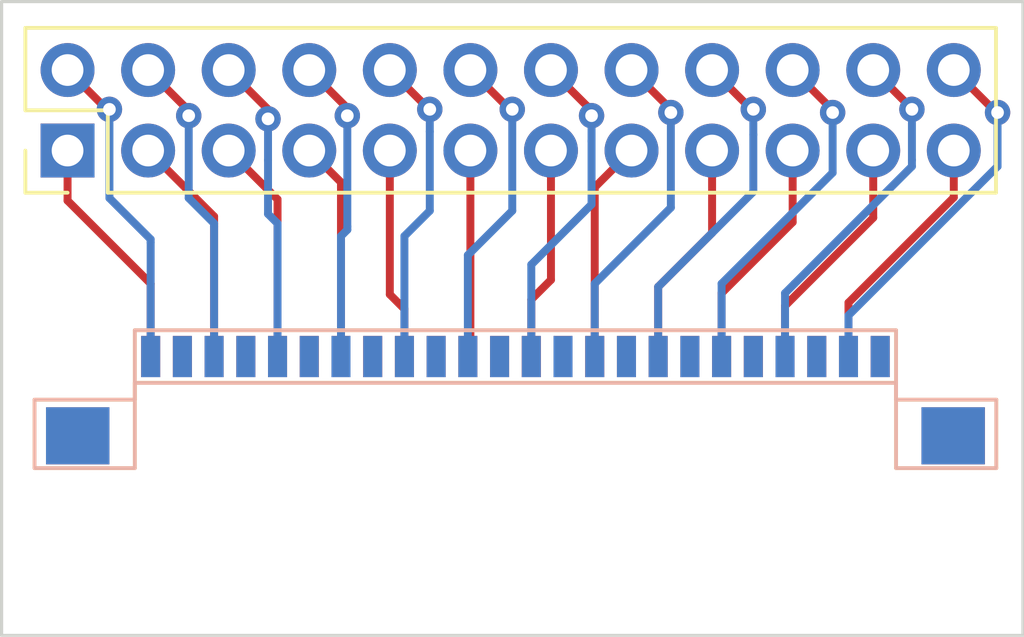
<source format=kicad_pcb>
(kicad_pcb (version 20221018) (generator pcbnew)
  (layers (0 "F.Cu" signal) (31 "B.Cu" signal) (34 "B.Paste" user) (35 "F.Paste" user) (36 "B.SilkS" user "B.Silkscreen") (37 "F.SilkS" user "F.Silkscreen") (38 "B.Mask" user) (39 "F.Mask" user) (44 "Edge.Cuts" user))
  (net 0 "")
  (footprint "Connector_PinHeader_2.54mm:PinHeader_2x12_P2.54mm_Vertical" (layer "F.Cu") (at 61.28 24.6 90)
    (fp_text reference "REF**" hide)
    (fp_text value "PinHeader_2x12_P2.54mm_Vertical" hide)
    (fp_line (start -1.33 -1.33) (end 0 -1.33) (stroke (width 0.12)) (layer "F.SilkS"))
    (fp_line (start -1.33 0) (end -1.33 -1.33) (stroke (width 0.12)) (layer "F.SilkS"))
    (fp_line (start -1.33 1.27) (end -1.33 29.27) (stroke (width 0.12)) (layer "F.SilkS"))
    (fp_line (start -1.33 1.27) (end 1.27 1.27) (stroke (width 0.12)) (layer "F.SilkS"))
    (fp_line (start -1.33 29.27) (end 3.87 29.27) (stroke (width 0.12)) (layer "F.SilkS"))
    (fp_line (start 1.27 -1.33) (end 3.87 -1.33) (stroke (width 0.12)) (layer "F.SilkS"))
    (fp_line (start 1.27 1.27) (end 1.27 -1.33) (stroke (width 0.12)) (layer "F.SilkS"))
    (fp_line (start 3.87 -1.33) (end 3.87 29.27) (stroke (width 0.12)) (layer "F.SilkS"))
    (pad "1" thru_hole rect (at 0 0 90) (size 1.7 1.7) (drill 1) (layers "*.Cu" "*.Mask"))
    (pad "2" thru_hole oval (at 2.54 0 90) (size 1.7 1.7) (drill 1) (layers "*.Cu" "*.Mask"))
    (pad "3" thru_hole oval (at 0 2.54 90) (size 1.7 1.7) (drill 1) (layers "*.Cu" "*.Mask"))
    (pad "4" thru_hole oval (at 2.54 2.54 90) (size 1.7 1.7) (drill 1) (layers "*.Cu" "*.Mask"))
    (pad "5" thru_hole oval (at 0 5.08 90) (size 1.7 1.7) (drill 1) (layers "*.Cu" "*.Mask"))
    (pad "6" thru_hole oval (at 2.54 5.08 90) (size 1.7 1.7) (drill 1) (layers "*.Cu" "*.Mask"))
    (pad "7" thru_hole oval (at 0 7.62 90) (size 1.7 1.7) (drill 1) (layers "*.Cu" "*.Mask"))
    (pad "8" thru_hole oval (at 2.54 7.62 90) (size 1.7 1.7) (drill 1) (layers "*.Cu" "*.Mask"))
    (pad "9" thru_hole oval (at 0 10.16 90) (size 1.7 1.7) (drill 1) (layers "*.Cu" "*.Mask"))
    (pad "10" thru_hole oval (at 2.54 10.16 90) (size 1.7 1.7) (drill 1) (layers "*.Cu" "*.Mask"))
    (pad "11" thru_hole oval (at 0 12.7 90) (size 1.7 1.7) (drill 1) (layers "*.Cu" "*.Mask"))
    (pad "12" thru_hole oval (at 2.54 12.7 90) (size 1.7 1.7) (drill 1) (layers "*.Cu" "*.Mask"))
    (pad "13" thru_hole oval (at 0 15.24 90) (size 1.7 1.7) (drill 1) (layers "*.Cu" "*.Mask"))
    (pad "14" thru_hole oval (at 2.54 15.24 90) (size 1.7 1.7) (drill 1) (layers "*.Cu" "*.Mask"))
    (pad "15" thru_hole oval (at 0 17.78 90) (size 1.7 1.7) (drill 1) (layers "*.Cu" "*.Mask"))
    (pad "16" thru_hole oval (at 2.54 17.78 90) (size 1.7 1.7) (drill 1) (layers "*.Cu" "*.Mask"))
    (pad "17" thru_hole oval (at 0 20.32 90) (size 1.7 1.7) (drill 1) (layers "*.Cu" "*.Mask"))
    (pad "18" thru_hole oval (at 2.54 20.32 90) (size 1.7 1.7) (drill 1) (layers "*.Cu" "*.Mask"))
    (pad "19" thru_hole oval (at 0 22.86 90) (size 1.7 1.7) (drill 1) (layers "*.Cu" "*.Mask"))
    (pad "20" thru_hole oval (at 2.54 22.86 90) (size 1.7 1.7) (drill 1) (layers "*.Cu" "*.Mask"))
    (pad "21" thru_hole oval (at 0 25.4 90) (size 1.7 1.7) (drill 1) (layers "*.Cu" "*.Mask"))
    (pad "22" thru_hole oval (at 2.54 25.4 90) (size 1.7 1.7) (drill 1) (layers "*.Cu" "*.Mask"))
    (pad "23" thru_hole oval (at 0 27.94 90) (size 1.7 1.7) (drill 1) (layers "*.Cu" "*.Mask"))
    (pad "24" thru_hole oval (at 2.54 27.94 90) (size 1.7 1.7) (drill 1) (layers "*.Cu" "*.Mask"))
  )
  (footprint "Library:FPC_24_cube" (layer "F.Cu") (at 75.4 31.1)
    (fp_text reference "REF**" hide)
    (fp_text value "FPC_24_cube" hide)
    (fp_line (start -15.16 1.36) (end -12 1.36) (stroke (width 0.12)) (layer "F.SilkS"))
    (fp_line (start -15.16 3.52) (end -15.16 1.36) (stroke (width 0.12)) (layer "F.SilkS"))
    (fp_line (start -12 -0.83) (end 12 -0.83) (stroke (width 0.12)) (layer "F.SilkS"))
    (fp_line (start -12 0.83) (end -12 3.52) (stroke (width 0.12)) (layer "F.SilkS"))
    (fp_line (start -12 0.83) (end 12 0.83) (stroke (width 0.12)) (layer "F.SilkS"))
    (fp_line (start -12 1.36) (end -12 -0.83) (stroke (width 0.12)) (layer "F.SilkS"))
    (fp_line (start -12 3.52) (end -15.16 3.52) (stroke (width 0.12)) (layer "F.SilkS"))
    (fp_line (start 12 0.83) (end 12 3.52) (stroke (width 0.12)) (layer "F.SilkS"))
    (fp_line (start 12 1.36) (end 12 -0.83) (stroke (width 0.12)) (layer "F.SilkS"))
    (fp_line (start 12 3.52) (end 15.16 3.52) (stroke (width 0.12)) (layer "F.SilkS"))
    (fp_line (start 15.16 1.36) (end 12 1.36) (stroke (width 0.12)) (layer "F.SilkS"))
    (fp_line (start 15.16 3.52) (end 15.16 1.36) (stroke (width 0.12)) (layer "F.SilkS"))
    (pad "0" smd rect (at -13.8 2.5) (size 2 1.8) (layers "F.Cu" "F.Paste" "F.Mask"))
    (pad "0" smd rect (at 13.8 2.5) (size 2 1.8) (layers "F.Cu" "F.Paste" "F.Mask"))
    (pad "1" smd rect (at -11.5 0) (size 0.6 1.3) (layers "F.Cu" "F.Paste" "F.Mask"))
    (pad "2" smd rect (at -10.5 0) (size 0.6 1.3) (layers "F.Cu" "F.Paste" "F.Mask"))
    (pad "3" smd rect (at -9.5 0) (size 0.6 1.3) (layers "F.Cu" "F.Paste" "F.Mask"))
    (pad "4" smd rect (at -8.5 0) (size 0.6 1.3) (layers "F.Cu" "F.Paste" "F.Mask"))
    (pad "5" smd rect (at -7.5 0) (size 0.6 1.3) (layers "F.Cu" "F.Paste" "F.Mask"))
    (pad "6" smd rect (at -6.5 0) (size 0.6 1.3) (layers "F.Cu" "F.Paste" "F.Mask"))
    (pad "7" smd rect (at -5.5 0) (size 0.6 1.3) (layers "F.Cu" "F.Paste" "F.Mask"))
    (pad "8" smd rect (at -4.5 0) (size 0.6 1.3) (layers "F.Cu" "F.Paste" "F.Mask"))
    (pad "9" smd rect (at -3.5 0) (size 0.6 1.3) (layers "F.Cu" "F.Paste" "F.Mask"))
    (pad "10" smd rect (at -2.5 0) (size 0.6 1.3) (layers "F.Cu" "F.Paste" "F.Mask"))
    (pad "11" smd rect (at -1.5 0) (size 0.6 1.3) (layers "F.Cu" "F.Paste" "F.Mask"))
    (pad "12" smd rect (at -0.5 0) (size 0.6 1.3) (layers "F.Cu" "F.Paste" "F.Mask"))
    (pad "13" smd rect (at 0.5 0) (size 0.6 1.3) (layers "F.Cu" "F.Paste" "F.Mask"))
    (pad "14" smd rect (at 1.5 0) (size 0.6 1.3) (layers "F.Cu" "F.Paste" "F.Mask"))
    (pad "15" smd rect (at 2.5 0) (size 0.6 1.3) (layers "F.Cu" "F.Paste" "F.Mask"))
    (pad "16" smd rect (at 3.5 0) (size 0.6 1.3) (layers "F.Cu" "F.Paste" "F.Mask"))
    (pad "17" smd rect (at 4.5 0) (size 0.6 1.3) (layers "F.Cu" "F.Paste" "F.Mask"))
    (pad "18" smd rect (at 5.5 0) (size 0.6 1.3) (layers "F.Cu" "F.Paste" "F.Mask"))
    (pad "19" smd rect (at 6.5 0) (size 0.6 1.3) (layers "F.Cu" "F.Paste" "F.Mask"))
    (pad "20" smd rect (at 7.5 0) (size 0.6 1.3) (layers "F.Cu" "F.Paste" "F.Mask"))
    (pad "21" smd rect (at 8.5 0) (size 0.6 1.3) (layers "F.Cu" "F.Paste" "F.Mask"))
    (pad "22" smd rect (at 9.5 0) (size 0.6 1.3) (layers "F.Cu" "F.Paste" "F.Mask"))
    (pad "23" smd rect (at 10.5 0) (size 0.6 1.3) (layers "F.Cu" "F.Paste" "F.Mask"))
    (pad "24" smd rect (at 11.5 0) (size 0.6 1.3) (layers "F.Cu" "F.Paste" "F.Mask"))
  )
  (footprint "Library:FPC_24_cube" (layer "B.Cu") (at 75.4 31.1 180)
    (fp_text reference "REF**" hide)
    (fp_text value "FPC_24_cube" hide)
    (fp_line (start -15.16 -3.52) (end -15.16 -1.36) (stroke (width 0.12)) (layer "B.SilkS"))
    (fp_line (start -15.16 -1.36) (end -12 -1.36) (stroke (width 0.12)) (layer "B.SilkS"))
    (fp_line (start -12 -3.52) (end -15.16 -3.52) (stroke (width 0.12)) (layer "B.SilkS"))
    (fp_line (start -12 -1.36) (end -12 0.83) (stroke (width 0.12)) (layer "B.SilkS"))
    (fp_line (start -12 -0.83) (end -12 -3.52) (stroke (width 0.12)) (layer "B.SilkS"))
    (fp_line (start -12 -0.83) (end 12 -0.83) (stroke (width 0.12)) (layer "B.SilkS"))
    (fp_line (start -12 0.83) (end 12 0.83) (stroke (width 0.12)) (layer "B.SilkS"))
    (fp_line (start 12 -3.52) (end 15.16 -3.52) (stroke (width 0.12)) (layer "B.SilkS"))
    (fp_line (start 12 -1.36) (end 12 0.83) (stroke (width 0.12)) (layer "B.SilkS"))
    (fp_line (start 12 -0.83) (end 12 -3.52) (stroke (width 0.12)) (layer "B.SilkS"))
    (fp_line (start 15.16 -3.52) (end 15.16 -1.36) (stroke (width 0.12)) (layer "B.SilkS"))
    (fp_line (start 15.16 -1.36) (end 12 -1.36) (stroke (width 0.12)) (layer "B.SilkS"))
    (pad "0" smd rect (at -13.8 -2.5 180) (size 2 1.8) (layers "B.Cu" "B.Paste" "B.Mask"))
    (pad "0" smd rect (at 13.8 -2.5 180) (size 2 1.8) (layers "B.Cu" "B.Paste" "B.Mask"))
    (pad "1" smd rect (at -11.5 0 180) (size 0.6 1.3) (layers "B.Cu" "B.Paste" "B.Mask"))
    (pad "2" smd rect (at -10.5 0 180) (size 0.6 1.3) (layers "B.Cu" "B.Paste" "B.Mask"))
    (pad "3" smd rect (at -9.5 0 180) (size 0.6 1.3) (layers "B.Cu" "B.Paste" "B.Mask"))
    (pad "4" smd rect (at -8.5 0 180) (size 0.6 1.3) (layers "B.Cu" "B.Paste" "B.Mask"))
    (pad "5" smd rect (at -7.5 0 180) (size 0.6 1.3) (layers "B.Cu" "B.Paste" "B.Mask"))
    (pad "6" smd rect (at -6.5 0 180) (size 0.6 1.3) (layers "B.Cu" "B.Paste" "B.Mask"))
    (pad "7" smd rect (at -5.5 0 180) (size 0.6 1.3) (layers "B.Cu" "B.Paste" "B.Mask"))
    (pad "8" smd rect (at -4.5 0 180) (size 0.6 1.3) (layers "B.Cu" "B.Paste" "B.Mask"))
    (pad "9" smd rect (at -3.5 0 180) (size 0.6 1.3) (layers "B.Cu" "B.Paste" "B.Mask"))
    (pad "10" smd rect (at -2.5 0 180) (size 0.6 1.3) (layers "B.Cu" "B.Paste" "B.Mask"))
    (pad "11" smd rect (at -1.5 0 180) (size 0.6 1.3) (layers "B.Cu" "B.Paste" "B.Mask"))
    (pad "12" smd rect (at -0.5 0 180) (size 0.6 1.3) (layers "B.Cu" "B.Paste" "B.Mask"))
    (pad "13" smd rect (at 0.5 0 180) (size 0.6 1.3) (layers "B.Cu" "B.Paste" "B.Mask"))
    (pad "14" smd rect (at 1.5 0 180) (size 0.6 1.3) (layers "B.Cu" "B.Paste" "B.Mask"))
    (pad "15" smd rect (at 2.5 0 180) (size 0.6 1.3) (layers "B.Cu" "B.Paste" "B.Mask"))
    (pad "16" smd rect (at 3.5 0 180) (size 0.6 1.3) (layers "B.Cu" "B.Paste" "B.Mask"))
    (pad "17" smd rect (at 4.5 0 180) (size 0.6 1.3) (layers "B.Cu" "B.Paste" "B.Mask"))
    (pad "18" smd rect (at 5.5 0 180) (size 0.6 1.3) (layers "B.Cu" "B.Paste" "B.Mask"))
    (pad "19" smd rect (at 6.5 0 180) (size 0.6 1.3) (layers "B.Cu" "B.Paste" "B.Mask"))
    (pad "20" smd rect (at 7.5 0 180) (size 0.6 1.3) (layers "B.Cu" "B.Paste" "B.Mask"))
    (pad "21" smd rect (at 8.5 0 180) (size 0.6 1.3) (layers "B.Cu" "B.Paste" "B.Mask"))
    (pad "22" smd rect (at 9.5 0 180) (size 0.6 1.3) (layers "B.Cu" "B.Paste" "B.Mask"))
    (pad "23" smd rect (at 10.5 0 180) (size 0.6 1.3) (layers "B.Cu" "B.Paste" "B.Mask"))
    (pad "24" smd rect (at 11.5 0 180) (size 0.6 1.3) (layers "B.Cu" "B.Paste" "B.Mask"))
  )
  (gr_rect (start 59.2 19.9) (end 91.4 39.9) (stroke (width 0.1)) (fill none) (layer "Edge.Cuts"))
  (segment (start 71.9 29.6) (end 71.9 31.1) (width 0.25) (layer "F.Cu") (net 0))
  (segment (start 70.1 23.5) (end 70.1 23.26) (width 0.25) (layer "F.Cu") (net 0))
  (segment (start 87.9 23.28) (end 86.68 22.06) (width 0.25) (layer "F.Cu") (net 0))
  (segment (start 71.44 24.6) (end 71.44 29.14) (width 0.25) (layer "F.Cu") (net 0))
  (segment (start 84.14 26.86) (end 81.9 29.1) (width 0.25) (layer "F.Cu") (net 0))
  (segment (start 80.3 23.3) (end 79.06 22.06) (width 0.25) (layer "F.Cu") (net 0))
  (segment (start 75.3 23.3) (end 75.22 23.3) (width 0.25) (layer "F.Cu") (net 0))
  (segment (start 77.8 23.5) (end 77.8 23.34) (width 0.25) (layer "F.Cu") (net 0))
  (segment (start 66.36 24.6) (end 67.9 26.14) (width 0.25) (layer "F.Cu") (net 0))
  (segment (start 85.9 29.4) (end 85.9 31.1) (width 0.25) (layer "F.Cu") (net 0))
  (segment (start 67.9 26.14) (end 67.9 31.1) (width 0.25) (layer "F.Cu") (net 0))
  (segment (start 80.3 23.4) (end 80.3 23.3) (width 0.25) (layer "F.Cu") (net 0))
  (segment (start 90.6 23.4) (end 90.56 23.4) (width 0.25) (layer "F.Cu") (net 0))
  (segment (start 89.22 26.08) (end 85.9 29.4) (width 0.25) (layer "F.Cu") (net 0))
  (segment (start 86.68 24.6) (end 86.68 26.72) (width 0.25) (layer "F.Cu") (net 0))
  (segment (start 87.9 23.3) (end 87.9 23.28) (width 0.25) (layer "F.Cu") (net 0))
  (segment (start 79.06 24.6) (end 77.9 25.76) (width 0.25) (layer "F.Cu") (net 0))
  (segment (start 61.28 26.18) (end 63.9 28.8) (width 0.25) (layer "F.Cu") (net 0))
  (segment (start 65.1 23.34) (end 63.82 22.06) (width 0.25) (layer "F.Cu") (net 0))
  (segment (start 81.6 27.2) (end 79.9 28.9) (width 0.25) (layer "F.Cu") (net 0))
  (segment (start 85.4 23.4) (end 85.4 23.32) (width 0.25) (layer "F.Cu") (net 0))
  (segment (start 81.9 29.1) (end 81.9 31.1) (width 0.25) (layer "F.Cu") (net 0))
  (segment (start 86.68 26.72) (end 83.9 29.5) (width 0.25) (layer "F.Cu") (net 0))
  (segment (start 75.9 29.3) (end 75.9 31.1) (width 0.25) (layer "F.Cu") (net 0))
  (segment (start 68.9 24.6) (end 69.9 25.6) (width 0.25) (layer "F.Cu") (net 0))
  (segment (start 67.6 23.3) (end 66.36 22.06) (width 0.25) (layer "F.Cu") (net 0))
  (segment (start 76.52 24.6) (end 76.52 28.68) (width 0.25) (layer "F.Cu") (net 0))
  (segment (start 73.98 24.6) (end 73.98 31.02) (width 0.25) (layer "F.Cu") (net 0))
  (segment (start 77.9 25.76) (end 77.9 31.1) (width 0.25) (layer "F.Cu") (net 0))
  (segment (start 76.52 28.68) (end 75.9 29.3) (width 0.25) (layer "F.Cu") (net 0))
  (segment (start 65.1 23.5) (end 65.1 23.34) (width 0.25) (layer "F.Cu") (net 0))
  (segment (start 72.68 23.3) (end 71.44 22.06) (width 0.25) (layer "F.Cu") (net 0))
  (segment (start 62.6 23.3) (end 62.52 23.3) (width 0.25) (layer "F.Cu") (net 0))
  (segment (start 73.98 31.02) (end 73.9 31.1) (width 0.25) (layer "F.Cu") (net 0))
  (segment (start 71.44 29.14) (end 71.9 29.6) (width 0.25) (layer "F.Cu") (net 0))
  (segment (start 90.56 23.4) (end 89.22 22.06) (width 0.25) (layer "F.Cu") (net 0))
  (segment (start 63.82 24.6) (end 65.9 26.68) (width 0.25) (layer "F.Cu") (net 0))
  (segment (start 79.9 28.9) (end 79.9 31.1) (width 0.25) (layer "F.Cu") (net 0))
  (segment (start 77.8 23.34) (end 76.52 22.06) (width 0.25) (layer "F.Cu") (net 0))
  (segment (start 61.28 24.6) (end 61.28 26.18) (width 0.25) (layer "F.Cu") (net 0))
  (segment (start 70.1 23.26) (end 68.9 22.06) (width 0.25) (layer "F.Cu") (net 0))
  (segment (start 84.14 24.6) (end 84.14 26.86) (width 0.25) (layer "F.Cu") (net 0))
  (segment (start 65.9 26.68) (end 65.9 31.1) (width 0.25) (layer "F.Cu") (net 0))
  (segment (start 82.9 23.3) (end 82.84 23.3) (width 0.25) (layer "F.Cu") (net 0))
  (segment (start 67.6 23.6) (end 67.6 23.3) (width 0.25) (layer "F.Cu") (net 0))
  (segment (start 72.7 23.3) (end 72.68 23.3) (width 0.25) (layer "F.Cu") (net 0))
  (segment (start 82.84 23.3) (end 81.6 22.06) (width 0.25) (layer "F.Cu") (net 0))
  (segment (start 85.4 23.32) (end 84.14 22.06) (width 0.25) (layer "F.Cu") (net 0))
  (segment (start 83.9 29.5) (end 83.9 31.1) (width 0.25) (layer "F.Cu") (net 0))
  (segment (start 63.9 28.8) (end 63.9 31.1) (width 0.25) (layer "F.Cu") (net 0))
  (segment (start 62.52 23.3) (end 61.28 22.06) (width 0.25) (layer "F.Cu") (net 0))
  (segment (start 75.22 23.3) (end 73.98 22.06) (width 0.25) (layer "F.Cu") (net 0))
  (segment (start 81.6 24.6) (end 81.6 27.2) (width 0.25) (layer "F.Cu") (net 0))
  (segment (start 69.9 25.6) (end 69.9 31.1) (width 0.25) (layer "F.Cu") (net 0))
  (segment (start 89.22 24.6) (end 89.22 26.08) (width 0.25) (layer "F.Cu") (net 0))
  (via (at 65.1 23.5) (size 0.8) (drill 0.4) (layers "F.Cu" "B.Cu") (net 0))
  (via (at 62.6 23.3) (size 0.8) (drill 0.4) (layers "F.Cu" "B.Cu") (net 0))
  (via (at 90.6 23.4) (size 0.8) (drill 0.4) (layers "F.Cu" "B.Cu") (net 0))
  (via (at 87.9 23.3) (size 0.8) (drill 0.4) (layers "F.Cu" "B.Cu") (net 0))
  (via (at 77.8 23.5) (size 0.8) (drill 0.4) (layers "F.Cu" "B.Cu") (net 0))
  (via (at 70.1 23.5) (size 0.8) (drill 0.4) (layers "F.Cu" "B.Cu") (net 0))
  (via (at 72.7 23.3) (size 0.8) (drill 0.4) (layers "F.Cu" "B.Cu") (net 0))
  (via (at 82.9 23.3) (size 0.8) (drill 0.4) (layers "F.Cu" "B.Cu") (net 0))
  (via (at 80.3 23.4) (size 0.8) (drill 0.4) (layers "F.Cu" "B.Cu") (net 0))
  (via (at 85.4 23.4) (size 0.8) (drill 0.4) (layers "F.Cu" "B.Cu") (net 0))
  (via (at 75.3 23.3) (size 0.8) (drill 0.4) (layers "F.Cu" "B.Cu") (net 0))
  (via (at 67.6 23.6) (size 0.8) (drill 0.4) (layers "F.Cu" "B.Cu") (net 0))
  (segment (start 65.9 31.1) (end 65.9 27) (width 0.25) (layer "B.Cu") (net 0))
  (segment (start 63.9 27.5) (end 63.9 27.4) (width 0.25) (layer "B.Cu") (net 0))
  (segment (start 83.9 31.1) (end 83.9 29.1) (width 0.25) (layer "B.Cu") (net 0))
  (segment (start 79.9 28.9) (end 82.9 25.9) (width 0.25) (layer "B.Cu") (net 0))
  (segment (start 82.9 25.9) (end 82.9 24.1) (width 0.25) (layer "B.Cu") (net 0))
  (segment (start 85.9 31.1) (end 85.9 29.8) (width 0.25) (layer "B.Cu") (net 0))
  (segment (start 80.3 26.4) (end 80.3 23.4) (width 0.25) (layer "B.Cu") (net 0))
  (segment (start 63.9 31.1) (end 63.9 27.5) (width 0.25) (layer "B.Cu") (net 0))
  (segment (start 77.8 24.3) (end 77.8 23.5) (width 0.25) (layer "B.Cu") (net 0))
  (segment (start 77.9 28.8) (end 80.3 26.4) (width 0.25) (layer "B.Cu") (net 0))
  (segment (start 77.9 31.1) (end 77.9 28.8) (width 0.25) (layer "B.Cu") (net 0))
  (segment (start 63.9 27.4) (end 62.6 26.1) (width 0.25) (layer "B.Cu") (net 0))
  (segment (start 67.9 26.9) (end 67.6 26.6) (width 0.25) (layer "B.Cu") (net 0))
  (segment (start 70.1 27.1) (end 70.1 27) (width 0.25) (layer "B.Cu") (net 0))
  (segment (start 63.82 22.06) (end 63.82 22.42) (width 0.25) (layer "B.Cu") (net 0))
  (segment (start 72.7 24) (end 72.7 23.3) (width 0.25) (layer "B.Cu") (net 0))
  (segment (start 69.9 27.3) (end 70.1 27.1) (width 0.25) (layer "B.Cu") (net 0))
  (segment (start 82.9 24.1) (end 82.9 23.3) (width 0.25) (layer "B.Cu") (net 0))
  (segment (start 87.9 24.9) (end 87.9 23.3) (width 0.25) (layer "B.Cu") (net 0))
  (segment (start 67.6 24.9) (end 67.6 23.6) (width 0.25) (layer "B.Cu") (net 0))
  (segment (start 90.6 25.1) (end 90.6 23.4) (width 0.25) (layer "B.Cu") (net 0))
  (segment (start 73.9 27.9) (end 74 27.8) (width 0.25) (layer "B.Cu") (net 0))
  (segment (start 75.9 28.2) (end 77.8 26.3) (width 0.25) (layer "B.Cu") (net 0))
  (segment (start 72.7 26.5) (end 72.7 24) (width 0.25) (layer "B.Cu") (net 0))
  (segment (start 70.1 27) (end 70.1 23.5) (width 0.25) (layer "B.Cu") (net 0))
  (segment (start 71.9 27.3) (end 72.7 26.5) (width 0.25) (layer "B.Cu") (net 0))
  (segment (start 73.9 31.1) (end 73.9 27.9) (width 0.25) (layer "B.Cu") (net 0))
  (segment (start 87.9 25.1) (end 87.9 24.9) (width 0.25) (layer "B.Cu") (net 0))
  (segment (start 85.4 25.3) (end 85.4 23.4) (width 0.25) (layer "B.Cu") (net 0))
  (segment (start 69.9 31.1) (end 69.9 27.3) (width 0.25) (layer "B.Cu") (net 0))
  (segment (start 77.8 26.3) (end 77.8 24.3) (width 0.25) (layer "B.Cu") (net 0))
  (segment (start 65.9 27) (end 65.9 26.9) (width 0.25) (layer "B.Cu") (net 0))
  (segment (start 79.9 31.1) (end 79.9 28.9) (width 0.25) (layer "B.Cu") (net 0))
  (segment (start 65.1 26.1) (end 65.1 23.5) (width 0.25) (layer "B.Cu") (net 0))
  (segment (start 75.3 26.5) (end 75.3 23.7) (width 0.25) (layer "B.Cu") (net 0))
  (segment (start 81.9 31.1) (end 81.9 28.8) (width 0.25) (layer "B.Cu") (net 0))
  (segment (start 62.6 26.1) (end 62.6 23.3) (width 0.25) (layer "B.Cu") (net 0))
  (segment (start 67.6 26.6) (end 67.6 24.9) (width 0.25) (layer "B.Cu") (net 0))
  (segment (start 75.3 23.7) (end 75.3 23.3) (width 0.25) (layer "B.Cu") (net 0))
  (segment (start 83.9 29.1) (end 84.2 28.8) (width 0.25) (layer "B.Cu") (net 0))
  (segment (start 74 27.8) (end 75.3 26.5) (width 0.25) (layer "B.Cu") (net 0))
  (segment (start 67.9 31.1) (end 67.9 26.9) (width 0.25) (layer "B.Cu") (net 0))
  (segment (start 85.9 29.8) (end 90.6 25.1) (width 0.25) (layer "B.Cu") (net 0))
  (segment (start 65.9 26.9) (end 65.1 26.1) (width 0.25) (layer "B.Cu") (net 0))
  (segment (start 71.9 31.1) (end 71.9 27.3) (width 0.25) (layer "B.Cu") (net 0))
  (segment (start 84.2 28.8) (end 87.9 25.1) (width 0.25) (layer "B.Cu") (net 0))
  (segment (start 81.9 28.8) (end 85.4 25.3) (width 0.25) (layer "B.Cu") (net 0))
  (segment (start 75.9 31.1) (end 75.9 28.2) (width 0.25) (layer "B.Cu") (net 0))
)
</source>
